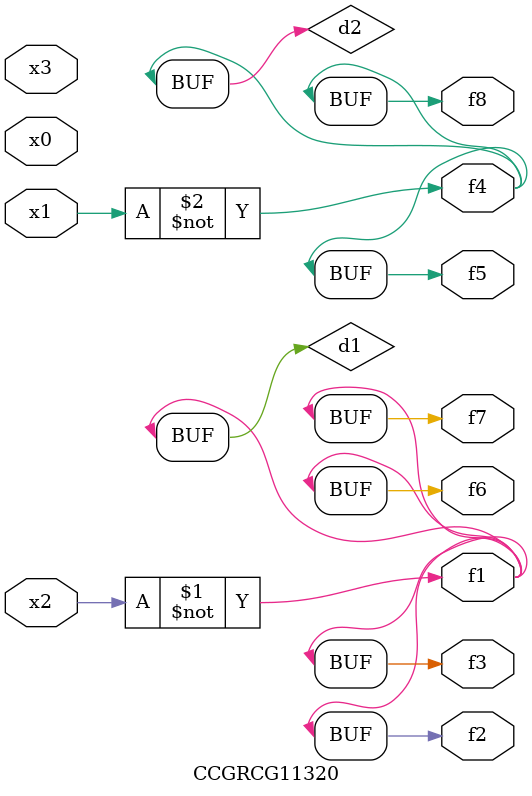
<source format=v>
module CCGRCG11320(
	input x0, x1, x2, x3,
	output f1, f2, f3, f4, f5, f6, f7, f8
);

	wire d1, d2;

	xnor (d1, x2);
	not (d2, x1);
	assign f1 = d1;
	assign f2 = d1;
	assign f3 = d1;
	assign f4 = d2;
	assign f5 = d2;
	assign f6 = d1;
	assign f7 = d1;
	assign f8 = d2;
endmodule

</source>
